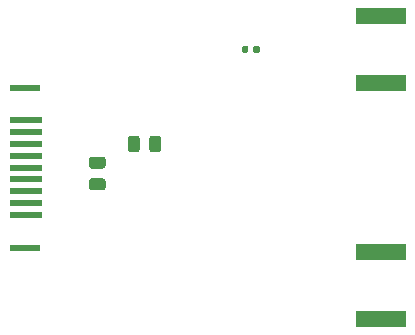
<source format=gbr>
%TF.GenerationSoftware,KiCad,Pcbnew,5.1.10-1.fc33*%
%TF.CreationDate,2021-08-29T16:43:16-05:00*%
%TF.ProjectId,serdes-rf-hdmi,73657264-6573-42d7-9266-2d68646d692e,A*%
%TF.SameCoordinates,Original*%
%TF.FileFunction,Paste,Bot*%
%TF.FilePolarity,Positive*%
%FSLAX46Y46*%
G04 Gerber Fmt 4.6, Leading zero omitted, Abs format (unit mm)*
G04 Created by KiCad (PCBNEW 5.1.10-1.fc33) date 2021-08-29 16:43:16*
%MOMM*%
%LPD*%
G01*
G04 APERTURE LIST*
%ADD10R,4.200000X1.350000*%
%ADD11R,2.600000X0.600000*%
%ADD12R,2.800000X0.500000*%
G04 APERTURE END LIST*
%TO.C,R6*%
G36*
G01*
X130400000Y-83450001D02*
X130400000Y-82549999D01*
G75*
G02*
X130649999Y-82300000I249999J0D01*
G01*
X131175001Y-82300000D01*
G75*
G02*
X131425000Y-82549999I0J-249999D01*
G01*
X131425000Y-83450001D01*
G75*
G02*
X131175001Y-83700000I-249999J0D01*
G01*
X130649999Y-83700000D01*
G75*
G02*
X130400000Y-83450001I0J249999D01*
G01*
G37*
G36*
G01*
X128575000Y-83450001D02*
X128575000Y-82549999D01*
G75*
G02*
X128824999Y-82300000I249999J0D01*
G01*
X129350001Y-82300000D01*
G75*
G02*
X129600000Y-82549999I0J-249999D01*
G01*
X129600000Y-83450001D01*
G75*
G02*
X129350001Y-83700000I-249999J0D01*
G01*
X128824999Y-83700000D01*
G75*
G02*
X128575000Y-83450001I0J249999D01*
G01*
G37*
%TD*%
%TO.C,R1*%
G36*
G01*
X125549999Y-85900000D02*
X126450001Y-85900000D01*
G75*
G02*
X126700000Y-86149999I0J-249999D01*
G01*
X126700000Y-86675001D01*
G75*
G02*
X126450001Y-86925000I-249999J0D01*
G01*
X125549999Y-86925000D01*
G75*
G02*
X125300000Y-86675001I0J249999D01*
G01*
X125300000Y-86149999D01*
G75*
G02*
X125549999Y-85900000I249999J0D01*
G01*
G37*
G36*
G01*
X125549999Y-84075000D02*
X126450001Y-84075000D01*
G75*
G02*
X126700000Y-84324999I0J-249999D01*
G01*
X126700000Y-84850001D01*
G75*
G02*
X126450001Y-85100000I-249999J0D01*
G01*
X125549999Y-85100000D01*
G75*
G02*
X125300000Y-84850001I0J249999D01*
G01*
X125300000Y-84324999D01*
G75*
G02*
X125549999Y-84075000I249999J0D01*
G01*
G37*
%TD*%
D10*
%TO.C,J3*%
X150000000Y-72175000D03*
X150000000Y-77825000D03*
%TD*%
%TO.C,J2*%
X150000000Y-92175000D03*
X150000000Y-97825000D03*
%TD*%
D11*
%TO.C,J1*%
X119900000Y-91775000D03*
X119900000Y-78225000D03*
D12*
X120000000Y-89000000D03*
X120000000Y-88000000D03*
X120000000Y-87000000D03*
X120000000Y-86000000D03*
X120000000Y-85000000D03*
X120000000Y-84000000D03*
X120000000Y-83000000D03*
X120000000Y-82000000D03*
X120000000Y-81000000D03*
%TD*%
%TO.C,C3*%
G36*
G01*
X138800000Y-74830000D02*
X138800000Y-75170000D01*
G75*
G02*
X138660000Y-75310000I-140000J0D01*
G01*
X138380000Y-75310000D01*
G75*
G02*
X138240000Y-75170000I0J140000D01*
G01*
X138240000Y-74830000D01*
G75*
G02*
X138380000Y-74690000I140000J0D01*
G01*
X138660000Y-74690000D01*
G75*
G02*
X138800000Y-74830000I0J-140000D01*
G01*
G37*
G36*
G01*
X139760000Y-74830000D02*
X139760000Y-75170000D01*
G75*
G02*
X139620000Y-75310000I-140000J0D01*
G01*
X139340000Y-75310000D01*
G75*
G02*
X139200000Y-75170000I0J140000D01*
G01*
X139200000Y-74830000D01*
G75*
G02*
X139340000Y-74690000I140000J0D01*
G01*
X139620000Y-74690000D01*
G75*
G02*
X139760000Y-74830000I0J-140000D01*
G01*
G37*
%TD*%
M02*

</source>
